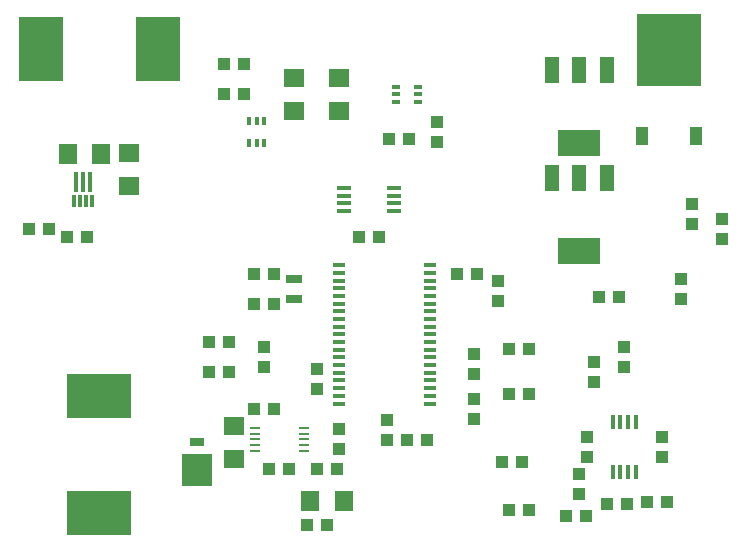
<source format=gtp>
G75*
%MOIN*%
%OFA0B0*%
%FSLAX24Y24*%
%IPPOS*%
%LPD*%
%AMOC8*
5,1,8,0,0,1.08239X$1,22.5*
%
%ADD10R,0.0433X0.0394*%
%ADD11R,0.0394X0.0433*%
%ADD12R,0.0472X0.0118*%
%ADD13R,0.0710X0.0630*%
%ADD14R,0.2126X0.2441*%
%ADD15R,0.0394X0.0630*%
%ADD16R,0.0551X0.0276*%
%ADD17R,0.0709X0.0630*%
%ADD18R,0.0630X0.0709*%
%ADD19R,0.0344X0.0098*%
%ADD20R,0.0130X0.0700*%
%ADD21R,0.0130X0.0400*%
%ADD22R,0.0118X0.0295*%
%ADD23R,0.0295X0.0118*%
%ADD24R,0.1516X0.2165*%
%ADD25R,0.2165X0.1516*%
%ADD26R,0.1000X0.1050*%
%ADD27R,0.0500X0.0250*%
%ADD28R,0.0480X0.0880*%
%ADD29R,0.1417X0.0866*%
%ADD30R,0.0394X0.0138*%
%ADD31R,0.0118X0.0472*%
%ADD32R,0.0630X0.0710*%
D10*
X007295Y006380D03*
X007965Y006380D03*
X008795Y008630D03*
X009465Y008630D03*
X009465Y009630D03*
X008795Y009630D03*
X012295Y010880D03*
X012965Y010880D03*
X016930Y009415D03*
X016930Y008745D03*
X017295Y007130D03*
X017965Y007130D03*
X016130Y006965D03*
X016130Y006295D03*
X016130Y005465D03*
X016130Y004795D03*
X017295Y005630D03*
X017965Y005630D03*
X019880Y004215D03*
X019880Y003545D03*
X019630Y002965D03*
X019630Y002295D03*
X021130Y006545D03*
X021130Y007215D03*
X023030Y008795D03*
X023030Y009465D03*
X024380Y010795D03*
X024380Y011465D03*
X023380Y011295D03*
X023380Y011965D03*
X013210Y004765D03*
X013210Y004095D03*
X011630Y003795D03*
X011630Y004465D03*
X009965Y003130D03*
X009295Y003130D03*
X008465Y016630D03*
X007795Y016630D03*
D11*
X007795Y015630D03*
X008465Y015630D03*
X013295Y014130D03*
X013965Y014130D03*
X014880Y014045D03*
X014880Y014715D03*
X015545Y009630D03*
X016215Y009630D03*
X020295Y008880D03*
X020965Y008880D03*
X020130Y006715D03*
X020130Y006045D03*
X022380Y004215D03*
X022380Y003545D03*
X022565Y002030D03*
X021895Y002030D03*
X021215Y001980D03*
X020545Y001980D03*
X019865Y001580D03*
X019195Y001580D03*
X017965Y001780D03*
X017295Y001780D03*
X017045Y003380D03*
X017715Y003380D03*
X014565Y004120D03*
X013895Y004120D03*
X011565Y003130D03*
X010895Y003130D03*
X011215Y001280D03*
X010545Y001280D03*
X009465Y005130D03*
X008795Y005130D03*
X009130Y006545D03*
X009130Y007215D03*
X007965Y007380D03*
X007295Y007380D03*
X010880Y006465D03*
X010880Y005795D03*
X003215Y010880D03*
X002545Y010880D03*
X001965Y011130D03*
X001295Y011130D03*
D12*
X011798Y011747D03*
X011798Y012002D03*
X011798Y012258D03*
X011798Y012514D03*
X013461Y012514D03*
X013461Y012258D03*
X013461Y012002D03*
X013461Y011747D03*
D13*
X011630Y015070D03*
X011630Y016190D03*
X010130Y016190D03*
X010130Y015070D03*
D14*
X022630Y017114D03*
D15*
X021732Y014240D03*
X023528Y014240D03*
D16*
X010130Y009465D03*
X010130Y008795D03*
D17*
X008130Y004581D03*
X008130Y003479D03*
X004630Y012579D03*
X004630Y013681D03*
D18*
X003681Y013630D03*
X002579Y013630D03*
D19*
X008818Y004524D03*
X008818Y004327D03*
X008818Y004130D03*
X008818Y003933D03*
X008818Y003736D03*
X010442Y003736D03*
X010442Y003933D03*
X010442Y004130D03*
X010442Y004327D03*
X010442Y004524D03*
D20*
X003321Y012720D03*
X003085Y012720D03*
X002849Y012720D03*
D21*
X002789Y012080D03*
X002986Y012080D03*
X003183Y012080D03*
X003380Y012080D03*
D22*
X008624Y014006D03*
X008880Y014006D03*
X009136Y014006D03*
X009136Y014754D03*
X008880Y014754D03*
X008624Y014754D03*
D23*
X013506Y015374D03*
X013506Y015630D03*
X013506Y015886D03*
X014254Y015886D03*
X014254Y015630D03*
X014254Y015374D03*
D24*
X005589Y017130D03*
X001671Y017130D03*
D25*
X003630Y001671D03*
X003630Y005589D03*
D26*
X006880Y003126D03*
D27*
X006880Y004055D03*
D28*
X018720Y012850D03*
X019630Y012850D03*
X020540Y012850D03*
X020540Y016450D03*
X019630Y016450D03*
X018720Y016450D03*
D29*
X019630Y014010D03*
X019630Y010410D03*
D30*
X014646Y009933D03*
X014646Y009677D03*
X014646Y009421D03*
X014646Y009165D03*
X014646Y008910D03*
X014646Y008654D03*
X014646Y008398D03*
X014646Y008142D03*
X014646Y007886D03*
X014646Y007630D03*
X014646Y007374D03*
X014646Y007118D03*
X014646Y006862D03*
X014646Y006606D03*
X014646Y006350D03*
X014646Y006095D03*
X014646Y005839D03*
X014646Y005583D03*
X014646Y005327D03*
X011614Y005327D03*
X011614Y005583D03*
X011614Y005839D03*
X011614Y006095D03*
X011614Y006350D03*
X011614Y006606D03*
X011614Y006862D03*
X011614Y007118D03*
X011614Y007374D03*
X011614Y007630D03*
X011614Y007886D03*
X011614Y008142D03*
X011614Y008398D03*
X011614Y008654D03*
X011614Y008910D03*
X011614Y009165D03*
X011614Y009421D03*
X011614Y009677D03*
X011614Y009933D03*
D31*
X020746Y004711D03*
X021002Y004711D03*
X021258Y004711D03*
X021513Y004711D03*
X021513Y003048D03*
X021258Y003048D03*
X021002Y003048D03*
X020746Y003048D03*
D32*
X011790Y002080D03*
X010670Y002080D03*
M02*

</source>
